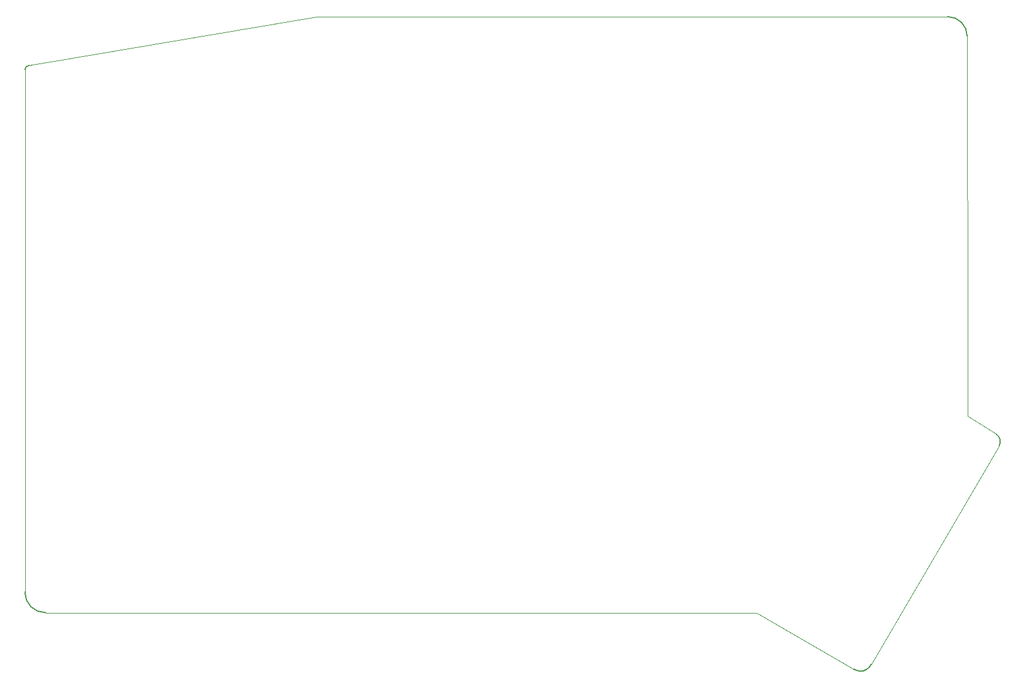
<source format=gbr>
%TF.GenerationSoftware,KiCad,Pcbnew,(5.1.10)-1*%
%TF.CreationDate,2021-10-27T12:41:30-06:00*%
%TF.ProjectId,Bottom Plate,426f7474-6f6d-4205-906c-6174652e6b69,rev?*%
%TF.SameCoordinates,Original*%
%TF.FileFunction,Profile,NP*%
%FSLAX46Y46*%
G04 Gerber Fmt 4.6, Leading zero omitted, Abs format (unit mm)*
G04 Created by KiCad (PCBNEW (5.1.10)-1) date 2021-10-27 12:41:30*
%MOMM*%
%LPD*%
G01*
G04 APERTURE LIST*
%TA.AperFunction,Profile*%
%ADD10C,0.150000*%
%TD*%
%TA.AperFunction,Profile*%
%ADD11C,0.100000*%
%TD*%
G04 APERTURE END LIST*
D10*
X78000620Y-130650000D02*
G75*
G02*
X75100000Y-127699571I-621J2900430D01*
G01*
X194699465Y-137951145D02*
G75*
G02*
X192216838Y-138634523I-1532628J716621D01*
G01*
X212347431Y-105400063D02*
G75*
G02*
X212799999Y-106995686I-647431J-1045624D01*
G01*
X205451998Y-46349965D02*
G75*
G02*
X208249992Y-49099546I47994J-2749581D01*
G01*
X75100000Y-53850000D02*
G75*
G02*
X75700000Y-53250000I600000J0D01*
G01*
D11*
X208289000Y-102813000D02*
X208287000Y-102802000D01*
X208301000Y-102836000D02*
X208295000Y-102826000D01*
X208295000Y-102826000D02*
X208290000Y-102816000D01*
X208302000Y-102837000D02*
X208301000Y-102836000D01*
X116291000Y-46350000D02*
X75700000Y-53250000D01*
X132160000Y-46350000D02*
X116291000Y-46350000D01*
X208290000Y-102816000D02*
X208289000Y-102814000D01*
X212347431Y-105400063D02*
X208320000Y-102854000D01*
X205451998Y-46349965D02*
X132160000Y-46350000D01*
X208285000Y-95170000D02*
X208249992Y-49099546D01*
X208287000Y-102802000D02*
X208285000Y-102790000D01*
X208303000Y-102838000D02*
X208302000Y-102837000D01*
X208320000Y-102854000D02*
X208312000Y-102846000D01*
X208285000Y-102790000D02*
X208285000Y-95170000D01*
X208289000Y-102814000D02*
X208289000Y-102813000D01*
X208312000Y-102846000D02*
X208303000Y-102838000D01*
X178534000Y-130658000D02*
X178541000Y-130660000D01*
X156290000Y-130655000D02*
X178515000Y-130655000D01*
X78000620Y-130650000D02*
X99140000Y-130655000D01*
X178528000Y-130656000D02*
X178534000Y-130658000D01*
X178541000Y-130660000D02*
X178546000Y-130663000D01*
X134700000Y-130655000D02*
X156290000Y-130655000D01*
X75100000Y-53850000D02*
X75100000Y-127699571D01*
X99140000Y-130655000D02*
X134700000Y-130655000D01*
X178553000Y-130665000D02*
X192216838Y-138634523D01*
X178522000Y-130656000D02*
X178528000Y-130656000D01*
X178515000Y-130655000D02*
X178522000Y-130656000D01*
X194699465Y-137951145D02*
X212799999Y-106995686D01*
X178546000Y-130663000D02*
X178553000Y-130665000D01*
M02*

</source>
